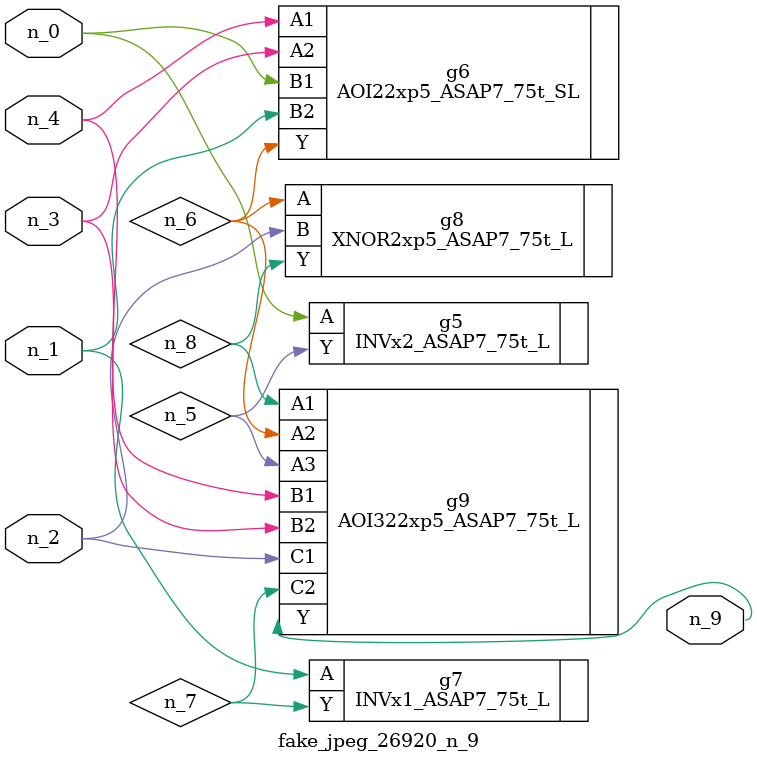
<source format=v>
module fake_jpeg_26920_n_9 (n_3, n_2, n_1, n_0, n_4, n_9);

input n_3;
input n_2;
input n_1;
input n_0;
input n_4;

output n_9;

wire n_8;
wire n_6;
wire n_5;
wire n_7;

INVx2_ASAP7_75t_L g5 ( 
.A(n_0),
.Y(n_5)
);

AOI22xp5_ASAP7_75t_SL g6 ( 
.A1(n_4),
.A2(n_3),
.B1(n_0),
.B2(n_1),
.Y(n_6)
);

INVx1_ASAP7_75t_L g7 ( 
.A(n_1),
.Y(n_7)
);

XNOR2xp5_ASAP7_75t_L g8 ( 
.A(n_6),
.B(n_2),
.Y(n_8)
);

AOI322xp5_ASAP7_75t_L g9 ( 
.A1(n_8),
.A2(n_6),
.A3(n_5),
.B1(n_4),
.B2(n_3),
.C1(n_2),
.C2(n_7),
.Y(n_9)
);


endmodule
</source>
